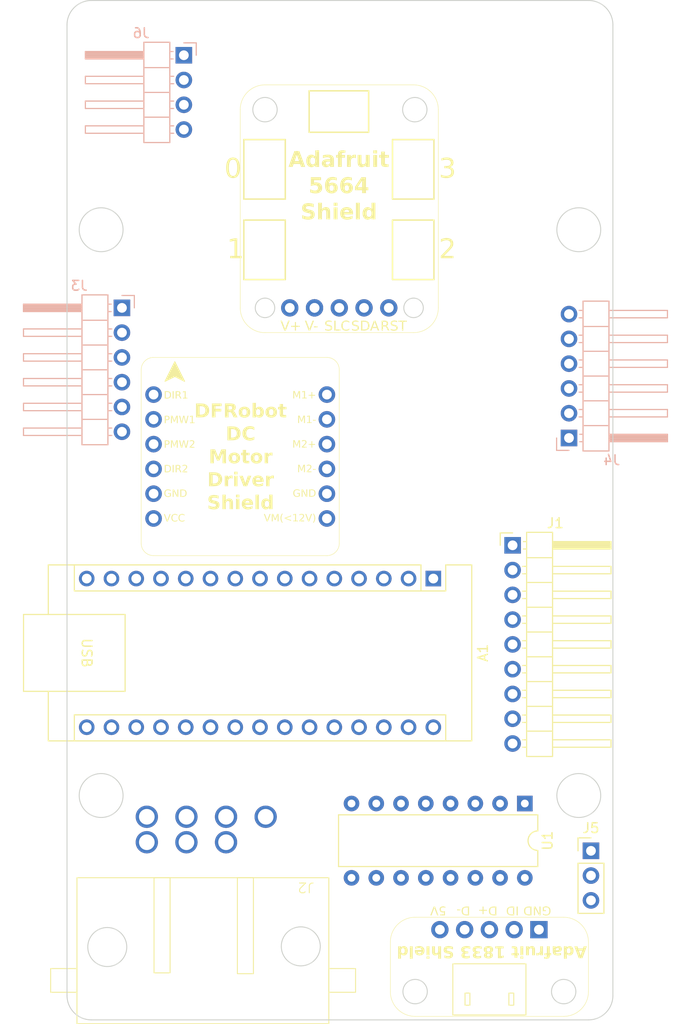
<source format=kicad_pcb>
(kicad_pcb (version 20240108) (generator "pcbnew") (generator_version "8.0")
  (layers (0 "F.Cu" signal) (31 "B.Cu" signal) (34 "B.Paste" user) (35 "F.Paste" user) (36 "B.SilkS" user "B.Silkscreen") (37 "F.SilkS" user "F.Silkscreen") (38 "B.Mask" user) (39 "F.Mask" user) (44 "Edge.Cuts" user))
  (net 0 "")
  (net 2 "Net-(A1-GND-Pad29)")
  (net 31 "NES_DATA")
  (net 32 "BUMPER_DATA")
  (net 33 "SHIFT_REG_LOAD")
  (net 34 "SHIFT_REG_CLOCK")
  (net 35 "Net-(J1-Pin_6)")
  (net 36 "Net-(J1-Pin_8)")
  (net 37 "+5V")
  (net 38 "Net-(J1-Pin_7)")
  (net 39 "Net-(J1-Pin_2)")
  (net 40 "Net-(J1-Pin_5)")
  (net 41 "Net-(J1-Pin_3)")
  (net 42 "Net-(J1-Pin_4)")
  (net 43 "GND")
  (net 67 "Net-(J7-Pin_3)")
  (net 68 "Net-(J1-Pin_9)")
  (footprint "Module:Arduino_Nano" (layer "F.Cu") (at 148.08 107.76 -90)
    (property "Reference" "A1" (at 7.62 -5.08 90) (layer "F.SilkS"))
    (property "Value" "Arduino_Nano_Every")
    (fp_line (start 3.68 42.04) (end 3.68 31.62) (stroke (width 0.12)) (layer "F.SilkS"))
    (fp_line (start 11.56 42.04) (end 3.68 42.04) (stroke (width 0.12)) (layer "F.SilkS"))
    (fp_line (start -1.4 39.5) (end 3.68 39.5) (stroke (width 0.12)) (layer "F.SilkS"))
    (fp_line (start 16.64 39.5) (end 11.56 39.5) (stroke (width 0.12)) (layer "F.SilkS"))
    (fp_line (start 16.64 39.5) (end 16.64 -3.94) (stroke (width 0.12)) (layer "F.SilkS"))
    (fp_line (start 1.27 36.83) (end -1.4 36.83) (stroke (width 0.12)) (layer "F.SilkS"))
    (fp_line (start 13.97 36.83) (end 16.64 36.83) (stroke (width 0.12)) (layer "F.SilkS"))
    (fp_line (start 3.68 31.62) (end 11.56 31.62) (stroke (width 0.12)) (layer "F.SilkS"))
    (fp_line (start 11.56 31.62) (end 11.56 42.04) (stroke (width 0.12)) (layer "F.SilkS"))
    (fp_line (start -1.4 1.27) (end -1.4 39.5) (stroke (width 0.12)) (layer "F.SilkS"))
    (fp_line (start 1.27 1.27) (end 1.27 36.83) (stroke (width 0.12)) (layer "F.SilkS"))
    (fp_line (start 1.27 1.27) (end -1.4 1.27) (stroke (width 0.12)) (layer "F.SilkS"))
    (fp_line (start 1.27 1.27) (end 1.27 -1.27) (stroke (width 0.12)) (layer "F.SilkS"))
    (fp_line (start 1.27 -1.27) (end -1.4 -1.27) (stroke (width 0.12)) (layer "F.SilkS"))
    (fp_line (start 13.97 -1.27) (end 13.97 36.83) (stroke (width 0.12)) (layer "F.SilkS"))
    (fp_line (start 13.97 -1.27) (end 16.64 -1.27) (stroke (width 0.12)) (layer "F.SilkS"))
    (fp_line (start -1.4 -3.94) (end -1.4 -1.27) (stroke (width 0.12)) (layer "F.SilkS"))
    (fp_line (start 16.64 -3.94) (end -1.4 -3.94) (stroke (width 0.12)) (layer "F.SilkS"))
    (fp_text user "USB" (at 7.62 35.56 -90) (layer "F.SilkS"))
    (pad "1" thru_hole rect (at 0 0 270) (size 1.6 1.6) (drill 1) (layers "*.Cu" "*.Mask"))
    (pad "2" thru_hole oval (at 0 2.54 270) (size 1.6 1.6) (drill 1) (layers "*.Cu" "*.Mask"))
    (pad "3" thru_hole oval (at 0 5.08 270) (size 1.6 1.6) (drill 1) (layers "*.Cu" "*.Mask"))
    (pad "4" thru_hole oval (at 0 7.62 270) (size 1.6 1.6) (drill 1) (layers "*.Cu" "*.Mask") (net 2 "Net-(A1-GND-Pad29)"))
    (pad "5" thru_hole oval (at 0 10.16 270) (size 1.6 1.6) (drill 1) (layers "*.Cu" "*.Mask"))
    (pad "6" thru_hole oval (at 0 12.7 270) (size 1.6 1.6) (drill 1) (layers "*.Cu" "*.Mask"))
    (pad "7" thru_hole oval (at 0 15.24 270) (size 1.6 1.6) (drill 1) (layers "*.Cu" "*.Mask"))
    (pad "8" thru_hole oval (at 0 17.78 270) (size 1.6 1.6) (drill 1) (layers "*.Cu" "*.Mask"))
    (pad "9" thru_hole oval (at 0 20.32 270) (size 1.6 1.6) (drill 1) (layers "*.Cu" "*.Mask"))
    (pad "10" thru_hole oval (at 0 22.86 270) (size 1.6 1.6) (drill 1) (layers "*.Cu" "*.Mask"))
    (pad "11" thru_hole oval (at 0 25.4 270) (size 1.6 1.6) (drill 1) (layers "*.Cu" "*.Mask") (net 31 "NES_DATA"))
    (pad "12" thru_hole oval (at 0 27.94 270) (size 1.6 1.6) (drill 1) (layers "*.Cu" "*.Mask"))
    (pad "13" thru_hole oval (at 0 30.48 270) (size 1.6 1.6) (drill 1) (layers "*.Cu" "*.Mask"))
    (pad "14" thru_hole oval (at 0 33.02 270) (size 1.6 1.6) (drill 1) (layers "*.Cu" "*.Mask"))
    (pad "15" thru_hole oval (at 0 35.56 270) (size 1.6 1.6) (drill 1) (layers "*.Cu" "*.Mask"))
    (pad "16" thru_hole oval (at 15.24 35.56 270) (size 1.6 1.6) (drill 1) (layers "*.Cu" "*.Mask"))
    (pad "17" thru_hole oval (at 15.24 33.02 270) (size 1.6 1.6) (drill 1) (layers "*.Cu" "*.Mask"))
    (pad "18" thru_hole oval (at 15.24 30.48 270) (size 1.6 1.6) (drill 1) (layers "*.Cu" "*.Mask"))
    (pad "19" thru_hole oval (at 15.24 27.94 270) (size 1.6 1.6) (drill 1) (layers "*.Cu" "*.Mask"))
    (pad "20" thru_hole oval (at 15.24 25.4 270) (size 1.6 1.6) (drill 1) (layers "*.Cu" "*.Mask"))
    (pad "21" thru_hole oval (at 15.24 22.86 270) (size 1.6 1.6) (drill 1) (layers "*.Cu" "*.Mask") (net 34 "SHIFT_REG_CLOCK"))
    (pad "22" thru_hole oval (at 15.24 20.32 270) (size 1.6 1.6) (drill 1) (layers "*.Cu" "*.Mask") (net 33 "SHIFT_REG_LOAD"))
    (pad "23" thru_hole oval (at 15.24 17.78 270) (size 1.6 1.6) (drill 1) (layers "*.Cu" "*.Mask"))
    (pad "24" thru_hole oval (at 15.24 15.24 270) (size 1.6 1.6) (drill 1) (layers "*.Cu" "*.Mask"))
    (pad "25" thru_hole oval (at 15.24 12.7 270) (size 1.6 1.6) (drill 1) (layers "*.Cu" "*.Mask") (net 32 "BUMPER_DATA"))
    (pad "26" thru_hole oval (at 15.24 10.16 270) (size 1.6 1.6) (drill 1) (layers "*.Cu" "*.Mask"))
    (pad "27" thru_hole oval (at 15.24 7.62 270) (size 1.6 1.6) (drill 1) (layers "*.Cu" "*.Mask"))
    (pad "28" thru_hole oval (at 15.24 5.08 270) (size 1.6 1.6) (drill 1) (layers "*.Cu" "*.Mask"))
    (pad "29" thru_hole oval (at 15.24 2.54 270) (size 1.6 1.6) (drill 1) (layers "*.Cu" "*.Mask") (net 2 "Net-(A1-GND-Pad29)"))
    (pad "30" thru_hole oval (at 15.24 0 270) (size 1.6 1.6) (drill 1) (layers "*.Cu" "*.Mask"))
  )
  (footprint "Adafruit_5664_Shield:Adafruit_5664_Shield" (layer "F.Cu") (at 138.39 70.01)
    (property "Reference" "J8" (hide yes))
    (property "Value" "I2C Multiplexer" (hide yes))
    (fp_line (start -10.12 -10.32) (end -10.12 10) (stroke (width 0.05)) (layer "F.SilkS"))
    (fp_line (start -9.75 -7.25) (end -5.5 -7.25) (stroke (width 0.1524)) (layer "F.SilkS"))
    (fp_line (start -9.75 -1.15) (end -9.75 -7.25) (stroke (width 0.1524)) (layer "F.SilkS"))
    (fp_line (start -9.75 1) (end -5.5 1) (stroke (width 0.1524)) (layer "F.SilkS"))
    (fp_line (start -9.75 7.1) (end -9.75 1) (stroke (width 0.1524)) (layer "F.SilkS"))
    (fp_line (start -7.58 12.54) (end 7.66 12.54) (stroke (width 0.05)) (layer "F.SilkS"))
    (fp_line (start -5.5 -7.25) (end -5.5 -1.15) (stroke (width 0.1524)) (layer "F.SilkS"))
    (fp_line (start -5.5 -1.15) (end -9.75 -1.15) (stroke (width 0.1524)) (layer "F.SilkS"))
    (fp_line (start -5.5 1) (end -5.5 7.1) (stroke (width 0.1524)) (layer "F.SilkS"))
    (fp_line (start -5.5 7.1) (end -9.75 7.1) (stroke (width 0.1524)) (layer "F.SilkS"))
    (fp_line (start -3.05 -12.25) (end 3.05 -12.25) (stroke (width 0.1524)) (layer "F.SilkS"))
    (fp_line (start -3.05 -8) (end -3.05 -12.25) (stroke (width 0.1524)) (layer "F.SilkS"))
    (fp_line (start 3.05 -12.25) (end 3.05 -8) (stroke (width 0.1524)) (layer "F.SilkS"))
    (fp_line (start 3.05 -8) (end -3.05 -8) (stroke (width 0.1524)) (layer "F.SilkS"))
    (fp_line (start 5.5 -7.25) (end 9.75 -7.25) (stroke (width 0.1524)) (layer "F.SilkS"))
    (fp_line (start 5.5 -1.15) (end 5.5 -7.25) (stroke (width 0.1524)) (layer "F.SilkS"))
    (fp_line (start 5.5 1) (end 9.75 1) (stroke (width 0.1524)) (layer "F.SilkS"))
    (fp_line (start 5.5 7.1) (end 5.5 1) (stroke (width 0.1524)) (layer "F.SilkS"))
    (fp_line (start 7.66 -12.86) (end -7.58 -12.86) (stroke (width 0.05)) (layer "F.SilkS"))
    (fp_line (start 9.75 -7.25) (end 9.75 -1.15) (stroke (width 0.1524)) (layer "F.SilkS"))
    (fp_line (start 9.75 -1.15) (end 5.5 -1.15) (stroke (width 0.1524)) (layer "F.SilkS"))
    (fp_line (start 9.75 1) (end 9.75 7.1) (stroke (width 0.1524)) (layer "F.SilkS"))
    (fp_line (start 9.75 7.1) (end 5.5 7.1) (stroke (width 0.1524)) (layer "F.SilkS"))
    (fp_line (start 10.2 10) (end 10.2 -10.32) (stroke (width 0.05)) (layer "F.SilkS"))
    (fp_arc (start -10.12 -10.32) (mid -9.376051 -12.116051) (end -7.58 -12.86) (stroke (width 0.05)) (layer "F.SilkS"))
    (fp_arc (start -7.58 12.54) (mid -9.376051 11.796051) (end -10.12 10) (stroke (width 0.05)) (layer "F.SilkS"))
    (fp_arc (start 7.66 -12.86) (mid 9.456051 -12.116051) (end 10.2 -10.32) (stroke (width 0.05)) (layer "F.SilkS"))
    (fp_arc (start 10.2 10) (mid 9.456051 11.796051) (end 7.66 12.54) (stroke (width 0.05)) (layer "F.SilkS"))
    (fp_circle (center -7.58 -10.32) (end -6.33 -10.32) (stroke (width 0.1)) (fill none) (layer "Edge.Cuts"))
    (fp_circle (center -7.58 10) (end -6.58 10) (stroke (width 0.1)) (fill none) (layer "Edge.Cuts"))
    (fp_circle (center 7.66 10) (end 8.66 10) (stroke (width 0.1)) (fill none) (layer "Edge.Cuts"))
    (fp_circle (center 7.788008 -10.319406) (end 9.038008 -10.319406) (stroke (width 0.1)) (fill none) (layer "Edge.Cuts"))
    (fp_text user "1" (at -11.5 5.25 0) (layer "F.SilkS") (effects (font (size 2 2) (thickness 0.1)) (justify left bottom)))
    (fp_text user "0" (at -11.75 -3 0) (layer "F.SilkS") (effects (font (size 2 2) (thickness 0.1)) (justify left bottom)))
    (fp_text user "2" (at 10.25 5.25 0) (layer "F.SilkS") (effects (font (size 2 2) (thickness 0.1)) (justify left bottom)))
    (fp_text user "V-" (at -3.5 12.5 0) (layer "F.SilkS") (effects (font (thickness 0.1)) (justify left bottom)))
    (fp_text user "V+" (at -6 12.5 0) (layer "F.SilkS") (effects (font (thickness 0.1)) (justify left bottom)))
    (fp_text user "RST" (at 4.25 12.5 0) (layer "F.SilkS") (effects (font (thickness 0.1)) (justify left bottom)))
    (fp_text user "SLC" (at -1.5 12.5 0) (layer "F.SilkS") (effects (font (thickness 0.1)) (justify left bottom)))
    (fp_text user "SDA" (at 1.25 12.5 0) (layer "F.SilkS") (effects (font (thickness 0.1)) (justify left bottom)))
    (fp_text user "3" (at 10.25 -3 0) (layer "F.SilkS") (effects (font (size 2 2) (thickness 0.1)) (justify left bottom)))
    (fp_text_box "Adafruit 5664 Shield" (start -5 -7.25) (end 5 -1.5) (layer "F.SilkS") (effects (font (size 1.6 1.6) (thickness 0.2) (bold yes)) (justify top)) (border no))
    (pad "1" thru_hole circle (at -5.04 10 90) (size 1.778 1.778) (drill 1) (layers "*.Cu" "*.Mask"))
    (pad "2" thru_hole circle (at -2.5 10 180) (size 1.778 1.778) (drill 1) (layers "*.Cu" "*.Mask"))
    (pad "2" thru_hole circle (at -2.5 10 90) (size 1.778 1.778) (drill 1) (layers "*.Cu" "*.Mask"))
    (pad "3" thru_hole circle (at 0.04 10 90) (size 1.778 1.778) (drill 1) (layers "*.Cu" "*.Mask"))
    (pad "4" thru_hole circle (at 2.58 10 90) (size 1.778 1.778) (drill 1) (layers "*.Cu" "*.Mask"))
    (pad "5" thru_hole circle (at 5.12 10 90) (size 1.778 1.778) (drill 1) (layers "*.Cu" "*.Mask"))
  )
  (footprint "Adafruit_1833_Shield:Adafruit_1833_Shield" (layer "F.Cu") (at 153.83 147.5 180)
    (property "Reference" "J7" (hide yes))
    (property "Value" "Micro USB" (hide yes))
    (fp_line (start 10.16 -2.6) (end 10.16 2.48) (stroke (width 0.05)) (layer "F.SilkS"))
    (fp_line (start 7.62 5.02) (end -7.62 5.02) (stroke (width 0.05)) (layer "F.SilkS"))
    (fp_line (start -7.62 -5.14) (end 7.62 -5.14) (stroke (width 0.05)) (layer "F.SilkS"))
    (fp_line (start -10.16 2.48) (end -10.16 -2.6) (stroke (width 0.05)) (layer "F.SilkS"))
    (fp_rect (start 2 -4) (end 2.5 -2.75) (stroke (width 0.1)) (fill none) (layer "F.SilkS"))
    (fp_rect (start -2.5 -4) (end -2 -2.75) (stroke (width 0.1)) (fill none) (layer "F.SilkS"))
    (fp_rect (start -3.75 -5) (end 3.75 0.25) (stroke (width 0.1)) (fill none) (layer "F.SilkS"))
    (fp_arc (start 10.16 2.48) (mid 9.416051 4.276051) (end 7.62 5.02) (stroke (width 0.05)) (layer "F.SilkS"))
    (fp_arc (start 7.62 -5.14) (mid 9.416051 -4.396051) (end 10.16 -2.6) (stroke (width 0.05)) (layer "F.SilkS"))
    (fp_arc (start -7.62 5.02) (mid -9.416051 4.276051) (end -10.16 2.48) (stroke (width 0.05)) (layer "F.SilkS"))
    (fp_arc (start -10.16 -2.6) (mid -9.416051 -4.396051) (end -7.62 -5.14) (stroke (width 0.05)) (layer "F.SilkS"))
    (fp_circle (center 7.62 -2.6) (end 8.87 -2.6) (stroke (width 0.1)) (fill none) (layer "Edge.Cuts"))
    (fp_circle (center -7.619999 -2.599999) (end -6.369999 -2.599999) (stroke (width 0.1)) (fill none) (layer "Edge.Cuts"))
    (fp_text user "D-" (at 2.6689 5.75 180) (layer "F.SilkS") (effects (font (size 0.89408 0.89408) (thickness 0.12192))))
    (fp_text user "GND" (at -4.91 5.75 180) (layer "F.SilkS") (effects (font (size 0.89408 0.89408) (thickness 0.12192))))
    (fp_text user "5V" (at 5.25 5.75 180) (layer "F.SilkS") (effects (font (size 0.89408 0.89408) (thickness 0.12192))))
    (fp_text user "Adafruit 1833 Shield" (at -0.25 2.25 180) (layer "F.SilkS") (effects (font (size 1.2 1.2) (thickness 0.2) (bold yes)) (justify bottom)))
    (fp_text user "ID" (at -2.37 5.75 180) (layer "F.SilkS") (effects (font (size 0.89408 0.89408) (thickness 0.12192))))
    (fp_text user "D+" (at 0.17 5.75 180) (layer "F.SilkS") (effects (font (size 0.89408 0.89408) (thickness 0.12192))))
    (pad "1" thru_hole rect (at -5.08 3.75 270) (size 1.778 1.778) (drill 1) (layers "*.Cu" "*.Mask"))
    (pad "2" thru_hole circle (at -2.54 3.75 270) (size 1.778 1.778) (drill 1) (layers "*.Cu" "*.Mask"))
    (pad "3" thru_hole circle (at 0 3.75 270) (size 1.778 1.778) (drill 1) (layers "*.Cu" "*.Mask") (net 67 "Net-(J7-Pin_3)"))
    (pad "4" thru_hole circle (at 2.54 3.75 270) (size 1.778 1.778) (drill 1) (layers "*.Cu" "*.Mask"))
    (pad "5" thru_hole circle (at 5.08 3.75 270) (size 1.778 1.778) (drill 1) (layers "*.Cu" "*.Mask"))
  )
  (footprint "DFRobot_DC_Motor_Driver_Shield:DFRobot_DC_Motor_Driver_Shield" (layer "F.Cu") (at 128.308026 95.288026)
    (property "Reference" "M1" (hide yes))
    (property "Value" "~" (hide yes))
    (fp_line (start -10.198026 -8.928026) (end -10.198026 8.851974) (stroke (width 0.05)) (layer "F.SilkS"))
    (fp_line (start -8.928026 10.121974) (end 8.851974 10.121974) (stroke (width 0.05)) (layer "F.SilkS"))
    (fp_line (start 8.851974 -10.198026) (end -8.928026 -10.198026) (stroke (width 0.05)) (layer "F.SilkS"))
    (fp_line (start 10.121974 8.851974) (end 10.121974 -8.928026) (stroke (width 0.05)) (layer "F.SilkS"))
    (fp_arc (start -10.198026 -8.928026) (mid -9.826052 -9.826052) (end -8.928026 -10.198026) (stroke (width 0.05)) (layer "F.SilkS"))
    (fp_arc (start -8.928026 10.121974) (mid -9.826052 9.75) (end -10.198026 8.851974) (stroke (width 0.05)) (layer "F.SilkS"))
    (fp_arc (start 8.851974 -10.198026) (mid 9.75002 -9.826071) (end 10.121974 -8.928026) (stroke (width 0.05)) (layer "F.SilkS"))
    (fp_arc (start 10.121974 8.851974) (mid 9.750001 9.750001) (end 8.851974 10.121974) (stroke (width 0.05)) (layer "F.SilkS"))
    (fp_poly (pts (xy -6.75 -9.75) (xy -7.75 -7.75) (xy -6.75 -8.25) (xy -5.75 -7.75)) (stroke (width 0.1)) (fill solid) (layer "F.SilkS"))
    (fp_text user "M1+\n\nM1-\n\nM2+\n\nM2-\n\nGND\n\nVM(<12V)\n" (at 7.75 0 0) (layer "F.SilkS") (effects (font (size 0.75 0.75)) (justify right)))
    (fp_text user "DIR1\n\nPMW1\n\nPMW2\n\nDIR2\n\nGND\n\nVCC\n" (at -7.884657 6.75 0) (layer "F.SilkS") (effects (font (size 0.75 0.75)) (justify left bottom)))
    (fp_text_box "DFRobot DC Motor Driver Shield" (start -4.375 -6.5) (end 4.375 3.5) (layer "F.SilkS") (effects (font (size 1.4 1.4) (thickness 0.2) (bold yes)) (justify top)) (border no))
    (pad "1" thru_hole oval (at -8.928026 -6.388026) (size 1.7 1.7) (drill 1) (layers "*.Cu" "*.Mask"))
    (pad "2" thru_hole oval (at -8.928026 -3.848026) (size 1.7 1.7) (drill 1) (layers "*.Cu" "*.Mask"))
    (pad "3" thru_hole oval (at -8.928026 -1.308026) (size 1.7 1.7) (drill 1) (layers "*.Cu" "*.Mask"))
    (pad "4" thru_hole oval (at -8.928026 1.231974) (size 1.7 1.7) (drill 1) (layers "*.Cu" "*.Mask"))
    (pad "5" thru_hole oval (at -8.928026 3.771974) (size 1.7 1.7) (drill 1) (layers "*.Cu" "*.Mask"))
    (pad "6" thru_hole oval (at -8.928026 6.311974) (size 1.7 1.7) (drill 1) (layers "*.Cu" "*.Mask"))
    (pad "7" thru_hole oval (at 8.851974 6.311974) (size 1.7 1.7) (drill 1) (layers "*.Cu" "*.Mask"))
    (pad "8" thru_hole oval (at 8.851974 3.771974) (size 1.7 1.7) (drill 1) (layers "*.Cu" "*.Mask"))
    (pad "9" thru_hole oval (at 8.851974 1.231974) (size 1.7 1.7) (drill 1) (layers "*.Cu" "*.Mask"))
    (pad "10" thru_hole oval (at 8.851974 -1.308026) (size 1.7 1.7) (drill 1) (layers "*.Cu" "*.Mask"))
    (pad "11" thru_hole oval (at 8.851974 -3.848026) (size 1.7 1.7) (drill 1) (layers "*.Cu" "*.Mask") (net 67 "Net-(J7-Pin_3)"))
    (pad "12" thru_hole oval (at 8.851974 -6.388026) (size 1.7 1.7) (drill 1) (layers "*.Cu" "*.Mask"))
  )
  (footprint "Package_DIP:DIP-16_W7.62mm" (layer "F.Cu") (at 157.465 130.82 -90)
    (property "Reference" "U1" (at 3.81 -2.33 90) (layer "F.SilkS"))
    (property "Value" "4021")
    (fp_line (start 1.16 19.11) (end 6.46 19.11) (stroke (width 0.12)) (layer "F.SilkS"))
    (fp_line (start 6.46 19.11) (end 6.46 -1.33) (stroke (width 0.12)) (layer "F.SilkS"))
    (fp_line (start 1.16 -1.33) (end 1.16 19.11) (stroke (width 0.12)) (layer "F.SilkS"))
    (fp_line (start 2.81 -1.33) (end 1.16 -1.33) (stroke (width 0.12)) (layer "F.SilkS"))
    (fp_line (start 6.46 -1.33) (end 4.81 -1.33) (stroke (width 0.12)) (layer "F.SilkS"))
    (fp_arc (start 4.81 -1.33) (mid 3.81 -0.33) (end 2.81 -1.33) (stroke (width 0.12)) (layer "F.SilkS"))
    (pad "1" thru_hole rect (at 0 0 270) (size 1.6 1.6) (drill 0.8) (layers "*.Cu" "*.Mask") (net 68 "Net-(J1-Pin_9)"))
    (pad "2" thru_hole oval (at 0 2.54 270) (size 1.6 1.6) (drill 0.8) (layers "*.Cu" "*.Mask"))
    (pad "3" thru_hole oval (at 0 5.08 270) (size 1.6 1.6) (drill 0.8) (layers "*.Cu" "*.Mask"))
    (pad "4" thru_hole oval (at 0 7.62 270) (size 1.6 1.6) (drill 0.8) (layers "*.Cu" "*.Mask") (net 40 "Net-(J1-Pin_5)"))
    (pad "5" thru_hole oval (at 0 10.16 270) (size 1.6 1.6) (drill 0.8) (layers "*.Cu" "*.Mask") (net 42 "Net-(J1-Pin_4)"))
    (pad "6" thru_hole oval (at 0 12.7 270) (size 1.6 1.6) (drill 0.8) (layers "*.Cu" "*.Mask") (net 41 "Net-(J1-Pin_3)"))
    (pad "7" thru_hole oval (at 0 15.24 270) (size 1.6 1.6) (drill 0.8) (layers "*.Cu" "*.Mask") (net 39 "Net-(J1-Pin_2)"))
    (pad "8" thru_hole oval (at 0 17.78 270) (size 1.6 1.6) (drill 0.8) (layers "*.Cu" "*.Mask") (net 43 "GND"))
    (pad "9" thru_hole oval (at 7.62 17.78 270) (size 1.6 1.6) (drill 0.8) (layers "*.Cu" "*.Mask") (net 33 "SHIFT_REG_LOAD"))
    (pad "10" thru_hole oval (at 7.62 15.24 270) (size 1.6 1.6) (drill 0.8) (layers "*.Cu" "*.Mask") (net 34 "SHIFT_REG_CLOCK"))
    (pad "11" thru_hole oval (at 7.62 12.7 270) (size 1.6 1.6) (drill 0.8) (layers "*.Cu" "*.Mask") (net 32 "BUMPER_DATA"))
    (pad "12" thru_hole oval (at 7.62 10.16 270) (size 1.6 1.6) (drill 0.8) (layers "*.Cu" "*.Mask"))
    (pad "13" thru_hole oval (at 7.62 7.62 270) (size 1.6 1.6) (drill 0.8) (layers "*.Cu" "*.Mask") (net 35 "Net-(J1-Pin_6)"))
    (pad "14" thru_hole oval (at 7.62 5.08 270) (size 1.6 1.6) (drill 0.8) (layers "*.Cu" "*.Mask") (net 38 "Net-(J1-Pin_7)"))
    (pad "15" thru_hole oval (at 7.62 2.54 270) (size 1.6 1.6) (drill 0.8) (layers "*.Cu" "*.Mask") (net 36 "Net-(J1-Pin_8)"))
    (pad "16" thru_hole oval (at 7.62 0 270) (size 1.6 1.6) (drill 0.8) (layers "*.Cu" "*.Mask") (net 37 "+5V"))
  )
  (footprint "Connector_PinHeader_2.54mm:PinHeader_1x03_P2.54mm_Vertical" (layer "F.Cu") (at 164.25 135.67)
    (property "Reference" "J5" (at 0 -2.33 0) (layer "F.SilkS"))
    (property "Value" "Pixels Connector")
    (fp_line (start -1.33 -1.33) (end 0 -1.33) (stroke (width 0.12)) (layer "F.SilkS"))
    (fp_line (start -1.33 0) (end -1.33 -1.33) (stroke (width 0.12)) (layer "F.SilkS"))
    (fp_line (start -1.33 1.27) (end -1.33 6.41) (stroke (width 0.12)) (layer "F.SilkS"))
    (fp_line (start -1.33 1.27) (end 1.33 1.27) (stroke (width 0.12)) (layer "F.SilkS"))
    (fp_line (start -1.33 6.41) (end 1.33 6.41) (stroke (width 0.12)) (layer "F.SilkS"))
    (fp_line (start 1.33 1.27) (end 1.33 6.41) (stroke (width 0.12)) (layer "F.SilkS"))
    (pad "1" thru_hole rect (at 0 0) (size 1.7 1.7) (drill 1) (layers "*.Cu" "*.Mask"))
    (pad "2" thru_hole oval (at 0 2.54) (size 1.7 1.7) (drill 1) (layers "*.Cu" "*.Mask"))
    (pad "3" thru_hole oval (at 0 5.08) (size 1.7 1.7) (drill 1) (layers "*.Cu" "*.Mask"))
  )
  (footprint "NES_Controller_Port:NES_Controller_Port" (layer "F.Cu") (at 124.520224 138.425679 180)
    (property "Reference" "J2" (at -10.5 -1 180) (layer "F.SilkS") (effects (font (thickness 0.1))))
    (property "Value" "~")
    (fp_rect (start 13.003859 -11.74657) (end 15.69914 -9.312) (stroke (width 0.1)) (fill none) (layer "F.SilkS"))
    (fp_rect (start 3.449278 -9.756635) (end 5.095008 -0.000001) (stroke (width 0.1)) (fill none) (layer "F.SilkS"))
    (fp_rect (start -5.102064 -9.837307) (end -3.456334 0.001888) (stroke (width 0.1)) (fill none) (layer "F.SilkS"))
    (fp_rect (start -12.838126 -14.968295) (end 13 0) (stroke (width 0.1)) (fill none) (layer "F.SilkS"))
    (fp_rect (start -15.578692 -11.74657) (end -12.836209 -9.312) (stroke (width 0.1)) (fill none) (layer "F.SilkS"))
    (fp_circle (center 9.88992 -7.10518) (end 11.88992 -7.10518) (stroke (width 0.1)) (fill none) (layer "Edge.Cuts"))
    (fp_circle (center -9.961073 -7.037432) (end -7.961073 -7.037432) (stroke (width 0.1)) (fill none) (layer "Edge.Cuts"))
    (pad "1" thru_hole circle (at -6.357655 6.246653 180) (size 2.286 2.286) (drill 1.6002) (layers "*.Cu" "*.Mask") (net 43 "GND"))
    (pad "2" thru_hole circle (at -2.293655 6.246653 180) (size 2.286 2.286) (drill 1.6002) (layers "*.Cu" "*.Mask") (net 34 "SHIFT_REG_CLOCK"))
    (pad "3" thru_hole circle (at 1.770345 6.246653 180) (size 2.286 2.286) (drill 1.6002) (layers "*.Cu" "*.Mask") (net 33 "SHIFT_REG_LOAD"))
    (pad "4" thru_hole circle (at 5.834345 6.246653 180) (size 2.286 2.286) (drill 1.6002) (layers "*.Cu" "*.Mask") (net 31 "NES_DATA"))
    (pad "5" thru_hole circle (at 5.834345 3.635253 180) (size 2.286 2.286) (drill 1.6002) (layers "*.Cu" "*.Mask"))
    (pad "6" thru_hole circle (at 1.770345 3.635253 180) (size 2.286 2.286) (drill 1.6002) (layers "*.Cu" "*.Mask"))
    (pad "7" thru_hole circle (at -2.293655 3.635253 180) (size 2.286 2.286) (drill 1.6002) (layers "*.Cu" "*.Mask") (net 37 "+5V"))
  )
  (footprint "Connector_PinHeader_2.54mm:PinHeader_1x09_P2.54mm_Horizontal" (layer "F.Cu") (at 156.21 104.35)
    (property "Reference" "J1" (at 4.385 -2.27 0) (layer "F.SilkS"))
    (property "Value" "Bumper Connector")
    (fp_line (start -1.27 -1.27) (end 0 -1.27) (stroke (width 0.12)) (layer "F.SilkS"))
    (fp_line (start -1.27 0) (end -1.27 -1.27) (stroke (width 0.12)) (layer "F.SilkS"))
    (fp_line (start 1.042929 2.16) (end 1.44 2.16) (stroke (width 0.12)) (layer "F.SilkS"))
    (fp_line (start 1.042929 2.92) (end 1.44 2.92) (stroke (width 0.12)) (layer "F.SilkS"))
    (fp_line (start 1.042929 4.7) (end 1.44 4.7) (stroke (width 0.12)) (layer "F.SilkS"))
    (fp_line (start 1.042929 5.46) (end 1.44 5.46) (stroke (width 0.12)) (layer "F.SilkS"))
    (fp_line (start 1.042929 7.24) (end 1.44 7.24) (stroke (width 0.12)) (layer "F.SilkS"))
    (fp_line (start 1.042929 8) (end 1.44 8) (stroke (width 0.12)) (layer "F.SilkS"))
    (fp_line (start 1.042929 9.78) (end 1.44 9.78) (stroke (width 0.12)) (layer "F.SilkS"))
    (fp_line (start 1.042929 10.54) (end 1.44 10.54) (stroke (width 0.12)) (layer "F.SilkS"))
    (fp_line (start 1.042929 12.32) (end 1.44 12.32) (stroke (width 0.12)) (layer "F.SilkS"))
    (fp_line (start 1.042929 13.08) (end 1.44 13.08) (stroke (width 0.12)) (layer "F.SilkS"))
    (fp_line (start 1.042929 14.86) (end 1.44 14.86) (stroke (width 0.12)) (layer "F.SilkS"))
    (fp_line (start 1.042929 15.62) (end 1.44 15.62) (stroke (width 0.12)) (layer "F.SilkS"))
    (fp_line (start 1.042929 17.4) (end 1.44 17.4) (stroke (width 0.12)) (layer "F.SilkS"))
    (fp_line (start 1.042929 18.16) (end 1.44 18.16) (stroke (width 0.12)) (layer "F.SilkS"))
    (fp_line (start 1.042929 19.94) (end 1.44 19.94) (stroke (width 0.12)) (layer "F.SilkS"))
    (fp_line (start 1.042929 20.7) (end 1.44 20.7) (stroke (width 0.12)) (layer "F.SilkS"))
    (fp_line (start 1.11 -0.38) (end 1.44 -0.38) (stroke (width 0.12)) (layer "F.SilkS"))
    (fp_line (start 1.11 0.38) (end 1.44 0.38) (stroke (width 0.12)) (layer "F.SilkS"))
    (fp_line (start 1.44 -1.33) (end 1.44 21.65) (stroke (width 0.12)) (layer "F.SilkS"))
    (fp_line (start 1.44 1.27) (end 4.1 1.27) (stroke (width 0.12)) (layer "F.SilkS"))
    (fp_line (start 1.44 3.81) (end 4.1 3.81) (stroke (width 0.12)) (layer "F.SilkS"))
    (fp_line (start 1.44 6.35) (end 4.1 6.35) (stroke (width 0.12)) (layer "F.SilkS"))
    (fp_line (start 1.44 8.89) (end 4.1 8.89) (stroke (width 0.12)) (layer "F.SilkS"))
    (fp_line (start 1.44 11.43) (end 4.1 11.43) (stroke (width 0.12)) (layer "F.SilkS"))
    (fp_line (start 1.44 13.97) (end 4.1 13.97) (stroke (width 0.12)) (layer "F.SilkS"))
    (fp_line (start 1.44 16.51) (end 4.1 16.51) (stroke (width 0.12)) (layer "F.SilkS"))
    (fp_line (start 1.44 19.05) (end 4.1 19.05) (stroke (width 0.12)) (layer "F.SilkS"))
    (fp_line (start 1.44 21.65) (end 4.1 21.65) (stroke (width 0.12)) (layer "F.SilkS"))
    (fp_line (start 4.1 -1.33) (end 1.44 -1.33) (stroke (width 0.12)) (layer "F.SilkS"))
    (fp_line (start 4.1 -0.38) (end 10.1 -0.38) (stroke (width 0.12)) (layer "F.SilkS"))
    (fp_line (start 4.1 -0.32) (end 10.1 -0.32) (stroke (width 0.12)) (layer "F.SilkS"))
    (fp_line (start 4.1 -0.2) (end 10.1 -0.2) (stroke (width 0.12)) (layer "F.SilkS"))
    (fp_line (start 4.1 -0.08) (end 10.1 -0.08) (stroke (width 0.12)) (layer "F.SilkS"))
    (fp_line (start 4.1 0.04) (end 10.1 0.04) (stroke (width 0.12)) (layer "F.SilkS"))
    (fp_line (start 4.1 0.16) (end 10.1 0.16) (stroke (width 0.12)) (layer "F.SilkS"))
    (fp_line (start 4.1 0.28) (end 10.1 0.28) (stroke (width 0.12)) (layer "F.SilkS"))
    (fp_line (start 4.1 2.16) (end 10.1 2.16) (stroke (width 0.12)) (layer "F.SilkS"))
    (fp_line (start 4.1 4.7) (end 10.1 4.7) (stroke (width 0.12)) (layer "F.SilkS"))
    (fp_line (start 4.1 7.24) (end 10.1 7.24) (stroke (width 0.12)) (layer "F.SilkS"))
    (fp_line (start 4.1 9.78) (end 10.1 9.78) (stroke (width 0.12)) (layer "F.SilkS"))
    (fp_line (start 4.1 12.32) (end 10.1 12.32) (stroke (width 0.12)) (layer "F.SilkS"))
    (fp_line (start 4.1 14.86) (end 10.1 14.86) (stroke (width 0.12)) (layer "F.SilkS"))
    (fp_line (start 4.1 17.4) (end 10.1 17.4) (stroke (width 0.12)) (layer "F.SilkS"))
    (fp_line (start 4.1 19.94) (end 10.1 19.94) (stroke (width 0.12)) (layer "F.SilkS"))
    (fp_line (start 4.1 21.65) (end 4.1 -1.33) (stroke (width 0.12)) (layer "F.SilkS"))
    (fp_line (start 10.1 -0.38) (end 10.1 0.38) (stroke (width 0.12)) (layer "F.SilkS"))
    (fp_line (start 10.1 0.38) (end 4.1 0.38) (stroke (width 0.12)) (layer "F.SilkS"))
    (fp_line (start 10.1 2.16) (end 10.1 2.92) (stroke (width 0.12)) (layer "F.SilkS"))
    (fp_line (start 10.1 2.92) (end 4.1 2.92) (stroke (width 0.12)) (layer "F.SilkS"))
    (fp_line (start 10.1 4.7) (end 10.1 5.46) (stroke (width 0.12)) (layer "F.SilkS"))
    (fp_line (start 10.1 5.46) (end 4.1 5.46) (stroke (width 0.12)) (layer "F.SilkS"))
    (fp_line (start 10.1 7.24) (end 10.1 8) (stroke (width 0.12)) (layer "F.SilkS"))
    (fp_line (start 10.1 8) (end 4.1 8) (stroke (width 0.12)) (layer "F.SilkS"))
    (fp_line (start 10.1 9.78) (end 10.1 10.54) (stroke (width 0.12)) (layer "F.SilkS"))
    (fp_line (start 10.1 10.54) (end 4.1 10.54) (stroke (width 0.12)) (layer "F.SilkS"))
    (fp_line (start 10.1 12.32) (end 10.1 13.08) (stroke (width 0.12)) (layer "F.SilkS"))
    (fp_line (start 10.1 13.08) (end 4.1 13.08) (stroke (width 0.12)) (layer "F.SilkS"))
    (fp_line (start 10.1 14.86) (end 10.1 15.62) (stroke (width 0.12)) (layer "F.SilkS"))
    (fp_line (start 10.1 15.62) (end 4.1 15.62) (stroke (width 0.12)) (layer "F.SilkS"))
    (fp_line (start 10.1 17.4) (end 10.1 18.16) (stroke (width 0.12)) (layer "F.SilkS"))
    (fp_line (start 10.1 18.16) (end 4.1 18.16) (stroke (width 0.12)) (layer "F.SilkS"))
    (fp_line (start 10.1 19.94) (end 10.1 20.7) (stroke (width 0.12)) (layer "F.SilkS"))
    (fp_line (start 10.1 20.7) (end 4.1 20.7) (stroke (width 0.12)) (layer "F.SilkS"))
    (pad "1" thru_hole rect (at 0 0) (size 1.7 1.7) (drill 1) (layers "*.Cu" "*.Mask") (net 37 "+5V"))
    (pad "2" thru_hole oval (at 0 2.54) (size 1.7 1.7) (drill 1) (layers "*.Cu" "*.Mask") (net 39 "Net-(J1-Pin_2)"))
    (pad "3" thru_hole oval (at 0 5.08) (size 1.7 1.7) (drill 1) (layers "*.Cu" "*.Mask") (net 41 "Net-(J1-Pin_3)"))
    (pad "4" thru_hole oval (at 0 7.62) (size 1.7 1.7) (drill 1) (layers "*.Cu" "*.Mask") (net 42 "Net-(J1-Pin_4)"))
    (pad "5" thru_hole oval (at 0 10.16) (size 1.7 1.7) (drill 1) (layers "*.Cu" "*.Mask") (net 40 "Net-(J1-Pin_5)"))
    (pad "6" thru_hole oval (at 0 12.7) (size 1.7 1.7) (drill 1) (layers "*.Cu" "*.Mask") (net 35 "Net-(J1-Pin_6)"))
    (pad "7" thru_hole oval (at 0 15.24) (size 1.7 1.7) (drill 1) (layers "*.Cu" "*.Mask") (net 38 "Net-(J1-Pin_7)"))
    (pad "8" thru_hole oval (at 0 17.78) (size 1.7 1.7) (drill 1) (layers "*.Cu" "*.Mask") (net 36 "Net-(J1-Pin_8)"))
    (pad "9" thru_hole oval (at 0 20.32) (size 1.7 1.7) (drill 1) (layers "*.Cu" "*.Mask") (net 68 "Net-(J1-Pin_9)"))
  )
  (footprint "Connector_PinHeader_2.54mm:PinHeader_1x04_P2.54mm_Horizontal" (layer "B.Cu") (at 122.485 54.112 180)
    (property "Reference" "J6" (at 4.385 2.27 180) (layer "B.SilkS") (effects (justify mirror)))
    (property "Value" "Ultrasonic Connector")
    (fp_line (start 10.1 0.38) (end 4.1 0.38) (stroke (width 0.12)) (layer "B.SilkS"))
    (fp_line (start 10.1 0.32) (end 4.1 0.32) (stroke (width 0.12)) (layer "B.SilkS"))
    (fp_line (start 10.1 0.2) (end 4.1 0.2) (stroke (width 0.12)) (layer "B.SilkS"))
    (fp_line (start 10.1 0.08) (end 4.1 0.08) (stroke (width 0.12)) (layer "B.SilkS"))
    (fp_line (start 10.1 -0.04) (end 4.1 -0.04) (stroke (width 0.12)) (layer "B.SilkS"))
    (fp_line (start 10.1 -0.16) (end 4.1 -0.16) (stroke (width 0.12)) (layer "B.SilkS"))
    (fp_line (start 10.1 -0.28) (end 4.1 -0.28) (stroke (width 0.12)) (layer "B.SilkS"))
    (fp_line (start 10.1 -0.38) (end 10.1 0.38) (stroke (width 0.12)) (layer "B.SilkS"))
    (fp_line (start 10.1 -2.16) (end 4.1 -2.16) (stroke (width 0.12)) (layer "B.SilkS"))
    (fp_line (start 10.1 -2.92) (end 10.1 -2.16) (stroke (width 0.12)) (layer "B.SilkS"))
    (fp_line (start 10.1 -4.7) (end 4.1 -4.7) (stroke (width 0.12)) (layer "B.SilkS"))
    (fp_line (start 10.1 -5.46) (end 10.1 -4.7) (stroke (width 0.12)) (layer "B.SilkS"))
    (fp_line (start 10.1 -7.24) (end 4.1 -7.24) (stroke (width 0.12)) (layer "B.SilkS"))
    (fp_line (start 10.1 -8) (end 10.1 -7.24) (stroke (width 0.12)) (layer "B.SilkS"))
    (fp_line (start 4.1 1.33) (end 4.1 -8.95) (stroke (width 0.12)) (layer "B.SilkS"))
    (fp_line (start 4.1 -0.38) (end 10.1 -0.38) (stroke (width 0.12)) (layer "B.SilkS"))
    (fp_line (start 4.1 -1.27) (end 1.44 -1.27) (stroke (width 0.12)) (layer "B.SilkS"))
    (fp_line (start 4.1 -2.92) (end 10.1 -2.92) (stroke (width 0.12)) (layer "B.SilkS"))
    (fp_line (start 4.1 -3.81) (end 1.44 -3.81) (stroke (width 0.12)) (layer "B.SilkS"))
    (fp_line (start 4.1 -5.46) (end 10.1 -5.46) (stroke (width 0.12)) (layer "B.SilkS"))
    (fp_line (start 4.1 -6.35) (end 1.44 -6.35) (stroke (width 0.12)) (layer "B.SilkS"))
    (fp_line (start 4.1 -8) (end 10.1 -8) (stroke (width 0.12)) (layer "B.SilkS"))
    (fp_line (start 4.1 -8.95) (end 1.44 -8.95) (stroke (width 0.12)) (layer "B.SilkS"))
    (fp_line (start 1.44 1.33) (end 4.1 1.33) (stroke (width 0.12)) (layer "B.SilkS"))
    (fp_line (start 1.44 0.38) (end 1.11 0.38) (stroke (width 0.12)) (layer "B.SilkS"))
    (fp_line (start 1.44 -0.38) (end 1.11 -0.38) (stroke (width 0.12)) (layer "B.SilkS"))
    (fp_line (start 1.44 -2.16) (end 1.042929 -2.16) (stroke (width 0.12)) (layer "B.SilkS"))
    (fp_line (start 1.44 -2.92) (end 1.042929 -2.92) (stroke (width 0.12)) (layer "B.SilkS"))
    (fp_line (start 1.44 -4.7) (end 1.042929 -4.7) (stroke (width 0.12)) (layer "B.SilkS"))
    (fp_line (start 1.44 -5.46) (end 1.042929 -5.46) (stroke (width 0.12)) (layer "B.SilkS"))
    (fp_line (start 1.44 -7.24) (end 1.042929 -7.24) (stroke (width 0.12)) (layer "B.SilkS"))
    (fp_line (start 1.44 -8) (end 1.042929 -8) (stroke (width 0.12)) (layer "B.SilkS"))
    (fp_line (start 1.44 -8.95) (end 1.44 1.33) (stroke (width 0.12)) (layer "B.SilkS"))
    (fp_line (start 0 1.27) (end -1.27 1.27) (stroke (width 0.12)) (layer "B.SilkS"))
    (fp_line (start -1.27 1.27) (end -1.27 0) (stroke (width 0.12)) (layer "B.SilkS"))
    (pad "1" thru_hole rect (at 0 0 180) (size 1.7 1.7) (drill 1) (layers "*.Cu" "*.Mask"))
    (pad "2" thru_hole oval (at 0 -2.54 180) (size 1.7 1.7) (drill 1) (layers "*.Cu" "*.Mask"))
    (pad "3" thru_hole oval (at 0 -5.08 180) (size 1.7 1.7) (drill 1) (layers "*.Cu" "*.Mask"))
    (pad "4" thru_hole oval (at 0 -7.62 180) (size 1.7 1.7) (drill 1) (layers "*.Cu" "*.Mask"))
  )
  (footprint "Connector_PinHeader_2.54mm:PinHeader_1x06_P2.54mm_Horizontal" (layer "B.Cu") (at 161.995 93.35)
    (property "Reference" "J4" (at 4.385 2.27 0) (layer "B.SilkS") (effects (justify mirror)))
    (property "Value" "Right Motor Connector")
    (fp_line (start -1.27 1.27) (end -1.27 0) (stroke (width 0.12)) (layer "B.SilkS"))
    (fp_line (start 0 1.27) (end -1.27 1.27) (stroke (width 0.12)) (layer "B.SilkS"))
    (fp_line (start 1.44 -14.03) (end 1.44 1.33) (stroke (width 0.12)) (layer "B.SilkS"))
    (fp_line (start 1.44 -13.08) (end 1.042929 -13.08) (stroke (width 0.12)) (layer "B.SilkS"))
    (fp_line (start 1.44 -12.32) (end 1.042929 -12.32) (stroke (width 0.12)) (layer "B.SilkS"))
    (fp_line (start 1.44 -10.54) (end 1.042929 -10.54) (stroke (width 0.12)) (layer "B.SilkS"))
    (fp_line (start 1.44 -9.78) (end 1.042929 -9.78) (stroke (width 0.12)) (layer "B.SilkS"))
    (fp_line (start 1.44 -8) (end 1.042929 -8) (stroke (width 0.12)) (layer "B.SilkS"))
    (fp_line (start 1.44 -7.24) (end 1.042929 -7.24) (stroke (width 0.12)) (layer "B.SilkS"))
    (fp_line (start 1.44 -5.46) (end 1.042929 -5.46) (stroke (width 0.12)) (layer "B.SilkS"))
    (fp_line (start 1.44 -4.7) (end 1.042929 -4.7) (stroke (width 0.12)) (layer "B.SilkS"))
    (fp_line (start 1.44 -2.92) (end 1.042929 -2.92) (stroke (width 0.12)) (layer "B.SilkS"))
    (fp_line (start 1.44 -2.16) (end 1.042929 -2.16) (stroke (width 0.12)) (layer "B.SilkS"))
    (fp_line (start 1.44 -0.38) (end 1.11 -0.38) (stroke (width 0.12)) (layer "B.SilkS"))
    (fp_line (start 1.44 0.38) (end 1.11 0.38) (stroke (width 0.12)) (layer "B.SilkS"))
    (fp_line (start 1.44 1.33) (end 4.1 1.33) (stroke (width 0.12)) (layer "B.SilkS"))
    (fp_line (start 4.1 -14.03) (end 1.44 -14.03) (stroke (width 0.12)) (layer "B.SilkS"))
    (fp_line (start 4.1 -13.08) (end 10.1 -13.08) (stroke (width 0.12)) (layer "B.SilkS"))
    (fp_line (start 4.1 -11.43) (end 1.44 -11.43) (stroke (width 0.12)) (layer "B.SilkS"))
    (fp_line (start 4.1 -10.54) (end 10.1 -10.54) (stroke (width 0.12)) (layer "B.SilkS"))
    (fp_line (start 4.1 -8.89) (end 1.44 -8.89) (stroke (width 0.12)) (layer "B.SilkS"))
    (fp_line (start 4.1 -8) (end 10.1 -8) (stroke (width 0.12)) (layer "B.SilkS"))
    (fp_line (start 4.1 -6.35) (end 1.44 -6.35) (stroke (width 0.12)) (layer "B.SilkS"))
    (fp_line (start 4.1 -5.46) (end 10.1 -5.46) (stroke (width 0.12)) (layer "B.SilkS"))
    (fp_line (start 4.1 -3.81) (end 1.44 -3.81) (stroke (width 0.12)) (layer "B.SilkS"))
    (fp_line (start 4.1 -2.92) (end 10.1 -2.92) (stroke (width 0.12)) (layer "B.SilkS"))
    (fp_line (start 4.1 -1.27) (end 1.44 -1.27) (stroke (width 0.12)) (layer "B.SilkS"))
    (fp_line (start 4.1 -0.38) (end 10.1 -0.38) (stroke (width 0.12)) (layer "B.SilkS"))
    (fp_line (start 4.1 1.33) (end 4.1 -14.03) (stroke (width 0.12)) (layer "B.SilkS"))
    (fp_line (start 10.1 -13.08) (end 10.1 -12.32) (stroke (width 0.12)) (layer "B.SilkS"))
    (fp_line (start 10.1 -12.32) (end 4.1 -12.32) (stroke (width 0.12)) (layer "B.SilkS"))
    (fp_line (start 10.1 -10.54) (end 10.1 -9.78) (stroke (width 0.12)) (layer "B.SilkS"))
    (fp_line (start 10.1 -9.78) (end 4.1 -9.78) (stroke (width 0.12)) (layer "B.SilkS"))
    (fp_line (start 10.1 -8) (end 10.1 -7.24) (stroke (width 0.12)) (layer "B.SilkS"))
    (fp_line (start 10.1 -7.24) (end 4.1 -7.24) (stroke (width 0.12)) (layer "B.SilkS"))
    (fp_line (start 10.1 -5.46) (end 10.1 -4.7) (stroke (width 0.12)) (layer "B.SilkS"))
    (fp_line (start 10.1 -4.7) (end 4.1 -4.7) (stroke (width 0.12)) (layer "B.SilkS"))
    (fp_line (start 10.1 -2.92) (end 10.1 -2.16) (stroke (width 0.12)) (layer "B.SilkS"))
    (fp_line (start 10.1 -2.16) (end 4.1 -2.16) (stroke (width 0.12)) (layer "B.SilkS"))
    (fp_line (start 10.1 -0.38) (end 10.1 0.38) (stroke (width 0.12)) (layer "B.SilkS"))
    (fp_line (start 10.1 -0.28) (end 4.1 -0.28) (stroke (width 0.12)) (layer "B.SilkS"))
    (fp_line (start 10.1 -0.16) (end 4.1 -0.16) (stroke (width 0.12)) (layer "B.SilkS"))
    (fp_line (start 10.1 -0.04) (end 4.1 -0.04) (stroke (width 0.12)) (layer "B.SilkS"))
    (fp_line (start 10.1 0.08) (end 4.1 0.08) (stroke (width 0.12)) (layer "B.SilkS"))
    (fp_line (start 10.1 0.2) (end 4.1 0.2) (stroke (width 0.12)) (layer "B.SilkS"))
    (fp_line (start 10.1 0.32) (end 4.1 0.32) (stroke (width 0.12)) (layer "B.SilkS"))
    (fp_line (start 10.1 0.38) (end 4.1 0.38) (stroke (width 0.12)) (layer "B.SilkS"))
    (pad "1" thru_hole rect (at 0 0) (size 1.7 1.7) (drill 1) (layers "*.Cu" "*.Mask"))
    (pad "2" thru_hole oval (at 0 -2.54) (size 1.7 1.7) (drill 1) (layers "*.Cu" "*.Mask"))
    (pad "3" thru_hole oval (at 0 -5.08) (size 1.7 1.7) (drill 1) (layers "*.Cu" "*.Mask"))
    (pad "4" thru_hole oval (at 0 -7.62) (size 1.7 1.7) (drill 1) (layers "*.Cu" "*.Mask"))
    (pad "5" thru_hole oval (at 0 -10.16) (size 1.7 1.7) (drill 1) (layers "*.Cu" "*.Mask"))
    (pad "6" thru_hole oval (at 0 -12.7) (size 1.7 1.7) (drill 1) (layers "*.Cu" "*.Mask"))
  )
  (footprint "Connector_PinHeader_2.54mm:PinHeader_1x06_P2.54mm_Horizontal" (layer "B.Cu") (at 116.135 80.01 180)
    (property "Reference" "J3" (at 4.385 2.27 180) (layer "B.SilkS") (effects (justify mirror)))
    (property "Value" "Left Motor Connector")
    (fp_line (start 10.1 0.38) (end 4.1 0.38) (stroke (width 0.12)) (layer "B.SilkS"))
    (fp_line (start 10.1 0.32) (end 4.1 0.32) (stroke (width 0.12)) (layer "B.SilkS"))
    (fp_line (start 10.1 0.2) (end 4.1 0.2) (stroke (width 0.12)) (layer "B.SilkS"))
    (fp_line (start 10.1 0.08) (end 4.1 0.08) (stroke (width 0.12)) (layer "B.SilkS"))
    (fp_line (start 10.1 -0.04) (end 4.1 -0.04) (stroke (width 0.12)) (layer "B.SilkS"))
    (fp_line (start 10.1 -0.16) (end 4.1 -0.16) (stroke (width 0.12)) (layer "B.SilkS"))
    (fp_line (start 10.1 -0.28) (end 4.1 -0.28) (stroke (width 0.12)) (layer "B.SilkS"))
    (fp_line (start 10.1 -0.38) (end 10.1 0.38) (stroke (width 0.12)) (layer "B.SilkS"))
    (fp_line (start 10.1 -2.16) (end 4.1 -2.16) (stroke (width 0.12)) (layer "B.SilkS"))
    (fp_line (start 10.1 -2.92) (end 10.1 -2.16) (stroke (width 0.12)) (layer "B.SilkS"))
    (fp_line (start 10.1 -4.7) (end 4.1 -4.7) (stroke (width 0.12)) (layer "B.SilkS"))
    (fp_line (start 10.1 -5.46) (end 10.1 -4.7) (stroke (width 0.12)) (layer "B.SilkS"))
    (fp_line (start 10.1 -7.24) (end 4.1 -7.24) (stroke (width 0.12)) (layer "B.SilkS"))
    (fp_line (start 10.1 -8) (end 10.1 -7.24) (stroke (width 0.12)) (layer "B.SilkS"))
    (fp_line (start 10.1 -9.78) (end 4.1 -9.78) (stroke (width 0.12)) (layer "B.SilkS"))
    (fp_line (start 10.1 -10.54) (end 10.1 -9.78) (stroke (width 0.12)) (layer "B.SilkS"))
    (fp_line (start 10.1 -12.32) (end 4.1 -12.32) (stroke (width 0.12)) (layer "B.SilkS"))
    (fp_line (start 10.1 -13.08) (end 10.1 -12.32) (stroke (width 0.12)) (layer "B.SilkS"))
    (fp_line (start 4.1 1.33) (end 4.1 -14.03) (stroke (width 0.12)) (layer "B.SilkS"))
    (fp_line (start 4.1 -0.38) (end 10.1 -0.38) (stroke (width 0.12)) (layer "B.SilkS"))
    (fp_line (start 4.1 -1.27) (end 1.44 -1.27) (stroke (width 0.12)) (layer "B.SilkS"))
    (fp_line (start 4.1 -2.92) (end 10.1 -2.92) (stroke (width 0.12)) (layer "B.SilkS"))
    (fp_line (start 4.1 -3.81) (end 1.44 -3.81) (stroke (width 0.12)) (layer "B.SilkS"))
    (fp_line (start 4.1 -5.46) (end 10.1 -5.46) (stroke (width 0.12)) (layer "B.SilkS"))
    (fp_line (start 4.1 -6.35) (end 1.44 -6.35) (stroke (width 0.12)) (layer "B.SilkS"))
    (fp_line (start 4.1 -8) (end 10.1 -8) (stroke (width 0.12)) (layer "B.SilkS"))
    (fp_line (start 4.1 -8.89) (end 1.44 -8.89) (stroke (width 0.12)) (layer "B.SilkS"))
    (fp_line (start 4.1 -10.54) (end 10.1 -10.54) (stroke (width 0.12)) (layer "B.SilkS"))
    (fp_line (start 4.1 -11.43) (end 1.44 -11.43) (stroke (width 0.12)) (layer "B.SilkS"))
    (fp_line (start 4.1 -13.08) (end 10.1 -13.08) (stroke (width 0.12)) (layer "B.SilkS"))
    (fp_line (start 4.1 -14.03) (end 1.44 -14.03) (stroke (width 0.12)) (layer "B.SilkS"))
    (fp_line (start 1.44 1.33) (end 4.1 1.33) (stroke (width 0.12)) (layer "B.SilkS"))
    (fp_line (start 1.44 0.38) (end 1.11 0.38) (stroke (width 0.12)) (layer "B.SilkS"))
    (fp_line (start 1.44 -0.38) (end 1.11 -0.38) (stroke (width 0.12)) (layer "B.SilkS"))
    (fp_line (start 1.44 -2.16) (end 1.042929 -2.16) (stroke (width 0.12)) (layer "B.SilkS"))
    (fp_line (start 1.44 -2.92) (end 1.042929 -2.92) (stroke (width 0.12)) (layer "B.SilkS"))
    (fp_line (start 1.44 -4.7) (end 1.042929 -4.7) (stroke (width 0.12)) (layer "B.SilkS"))
    (fp_line (start 1.44 -5.46) (end 1.042929 -5.46) (stroke (width 0.12)) (layer "B.SilkS"))
    (fp_line (start 1.44 -7.24) (end 1.042929 -7.24) (stroke (width 0.12)) (layer "B.SilkS"))
    (fp_line (start 1.44 -8) (end 1.042929 -8) (stroke (width 0.12)) (layer "B.SilkS"))
    (fp_line (start 1.44 -9.78) (end 1.042929 -9.78) (stroke (width 0.12)) (layer "B.SilkS"))
    (fp_line (start 1.44 -10.54) (end 1.042929 -10.54) (stroke (width 0.12)) (layer "B.SilkS"))
    (fp_line (start 1.44 -12.32) (end 1.042929 -12.32) (stroke (width 0.12)) (layer "B.SilkS"))
    (fp_line (start 1.44 -13.08) (end 1.042929 -13.08) (stroke (width 0.12)) (layer "B.SilkS"))
    (fp_line (start 1.44 -14.03) (end 1.44 1.33) (stroke (width 0.12)) (layer "B.SilkS"))
    (fp_line (start 0 1.27) (end -1.27 1.27) (stroke (width 0.12)) (layer "B.SilkS"))
    (fp_line (start -1.27 1.27) (end -1.27 0) (stroke (width 0.12)) (layer "B.SilkS"))
    (pad "1" thru_hole rect (at 0 0 180) (size 1.7 1.7) (drill 1) (layers "*.Cu" "*.Mask"))
    (pad "2" thru_hole oval (at 0 -2.54 180) (size 1.7 1.7) (drill 1) (layers "*.Cu" "*.Mask"))
    (pad "3" thru_hole oval (at 0 -5.08 180) (size 1.7 1.7) (drill 1) (layers "*.Cu" "*.Mask"))
    (pad "4" thru_hole oval (at 0 -7.62 180) (size 1.7 1.7) (drill 1) (layers "*.Cu" "*.Mask"))
    (pad "5" thru_hole oval (at 0 -10.16 180) (size 1.7 1.7) (drill 1) (layers "*.Cu" "*.Mask"))
    (pad "6" thru_hole oval (at 0 -12.7 180) (size 1.7 1.7) (drill 1) (layers "*.Cu" "*.Mask"))
  )
  (gr_circle (center 163 130) (end 163 127.75) (stroke (width 0.1)) (fill none) (layer "Edge.Cuts"))
  (gr_line (start 164 48.5) (end 113 48.5) (stroke (width 0.1)) (layer "Edge.Cuts"))
  (gr_arc (start 113 153) (mid 111.232233 152.267767) (end 110.5 150.5) (stroke (width 0.1)) (layer "Edge.Cuts"))
  (gr_line (start 110.5 51) (end 110.5 150.5) (stroke (width 0.1)) (layer "Edge.Cuts"))
  (gr_line (start 113 153) (end 164 153) (stroke (width 0.1)) (layer "Edge.Cuts"))
  (gr_line (start 166.5 150.5) (end 166.5 51) (stroke (width 0.1)) (layer "Edge.Cuts"))
  (gr_circle (center 114 72) (end 114 69.75) (stroke (width 0.1)) (fill none) (layer "Edge.Cuts"))
  (gr_circle (center 114 130) (end 114 127.75) (stroke (width 0.1)) (fill none) (layer "Edge.Cuts"))
  (gr_circle (center 163 72) (end 163 69.75) (stroke (width 0.1)) (fill none) (layer "Edge.Cuts"))
  (gr_arc (start 166.5 150.5) (mid 165.767767 152.267767) (end 164 153) (stroke (width 0.1)) (layer "Edge.Cuts"))
  (gr_arc (start 110.5 51) (mid 111.232233 49.232233) (end 113 48.5) (stroke (width 0.1)) (layer "Edge.Cuts"))
  (gr_arc (start 164 48.5) (mid 165.767767 49.232233) (end 166.5 51) (stroke (width 0.1)) (layer "Edge.Cuts"))
)
</source>
